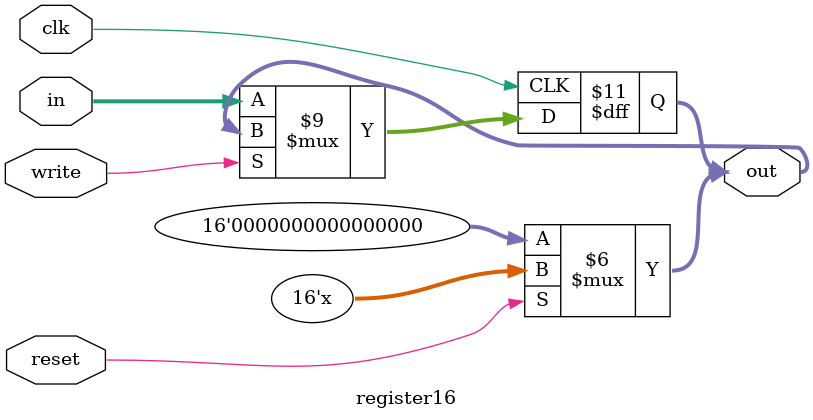
<source format=v>
module register16(clk, out, in, write, reset);  // Negedge-triggered flipflop register with active-low write signal and reset
	output reg [15:0] out;
	input      [15:0] in;
	input      clk, write, reset;
	
	always@(negedge clk) begin
		if(write == 1'b0) begin
			out = in;
		end
	end
	
	always@(*) begin
		if(reset==0) begin
			out = 16'b0;
		end
	end
endmodule

</source>
